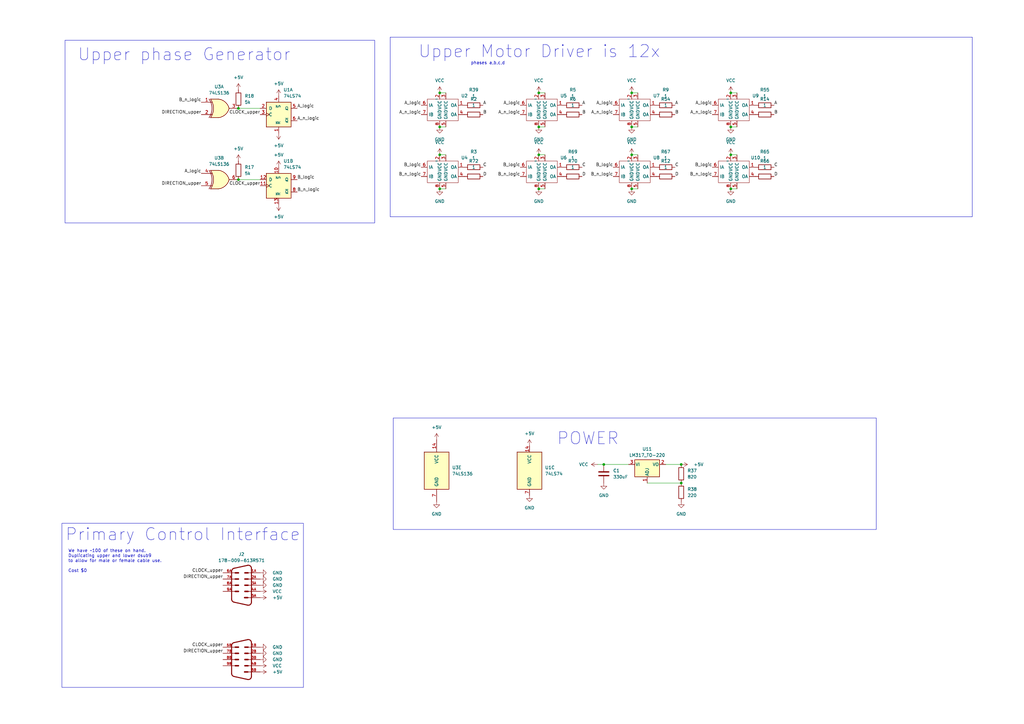
<source format=kicad_sch>
(kicad_sch (version 20230121) (generator eeschema)
  (paper "A3")
  (lib_symbols
    (symbol "178-009-613R571:178-009-613R571" (pin_names (offset 1.016))
      (property "Reference" "J" (at -3.81 1.27 0))
      (property "Value" "178-009-613R571" (at -3.81 -3.175 0))
      (symbol "178-009-613R571_0_0"
        (arc (start -4.064 -20.9488) (mid -3.7833 -21.745) (end -3.0654 -22.1894) (stroke (width 0.4064)))
        (arc (start -4.064 9.5312) (mid -3.7833 8.735) (end -3.0654 8.2906) (stroke (width 0.4064)))
        (arc (start -3.0654 -8.2906) (mid -3.7809 -8.732) (end -4.064 -9.5312) (stroke (width 0.4064)))
        (arc (start -3.0654 22.1894) (mid -3.7809 21.748) (end -4.064 20.9488) (stroke (width 0.4064)))
        (polyline (pts (xy -4.064 -9.5312) (xy -4.064 -20.9488)) (stroke (width 0.4064)))
        (polyline (pts (xy -4.064 20.9488) (xy -4.064 9.5312)) (stroke (width 0.4064)))
        (polyline (pts (xy -2.54 -17.78) (xy -1.27 -17.78)) (stroke (width 0.6096)))
        (polyline (pts (xy -2.54 -15.24) (xy -1.27 -15.24)) (stroke (width 0.6096)))
        (polyline (pts (xy -2.54 -12.7) (xy -1.27 -12.7)) (stroke (width 0.6096)))
        (polyline (pts (xy -2.54 -10.16) (xy -1.27 -10.16)) (stroke (width 0.6096)))
        (polyline (pts (xy -2.54 12.7) (xy -1.27 12.7)) (stroke (width 0.6096)))
        (polyline (pts (xy -2.54 15.24) (xy -1.27 15.24)) (stroke (width 0.6096)))
        (polyline (pts (xy -2.54 17.78) (xy -1.27 17.78)) (stroke (width 0.6096)))
        (polyline (pts (xy -2.54 20.32) (xy -1.27 20.32)) (stroke (width 0.6096)))
        (polyline (pts (xy 1.27 -20.32) (xy 2.54 -20.32)) (stroke (width 0.6096)))
        (polyline (pts (xy 1.27 10.16) (xy 2.54 10.16)) (stroke (width 0.6096)))
        (polyline (pts (xy 1.397 -17.78) (xy 2.667 -17.78)) (stroke (width 0.6096)))
        (polyline (pts (xy 1.397 -15.24) (xy 2.667 -15.24)) (stroke (width 0.6096)))
        (polyline (pts (xy 1.397 -12.7) (xy 2.667 -12.7)) (stroke (width 0.6096)))
        (polyline (pts (xy 1.397 -10.16) (xy 2.667 -10.16)) (stroke (width 0.6096)))
        (polyline (pts (xy 1.397 12.7) (xy 2.667 12.7)) (stroke (width 0.6096)))
        (polyline (pts (xy 1.397 15.24) (xy 2.667 15.24)) (stroke (width 0.6096)))
        (polyline (pts (xy 1.397 17.78) (xy 2.667 17.78)) (stroke (width 0.6096)))
        (polyline (pts (xy 1.397 20.32) (xy 2.667 20.32)) (stroke (width 0.6096)))
        (polyline (pts (xy 2.5226 -23.4118) (xy -3.0654 -22.1894)) (stroke (width 0.4064)))
        (polyline (pts (xy 2.5226 -7.0682) (xy -3.0654 -8.2906)) (stroke (width 0.4064)))
        (polyline (pts (xy 2.5226 7.0682) (xy -3.0654 8.2906)) (stroke (width 0.4064)))
        (polyline (pts (xy 2.5226 23.4118) (xy -3.0654 22.1894)) (stroke (width 0.4064)))
        (polyline (pts (xy 4.064 -8.3088) (xy 4.064 -22.1712)) (stroke (width 0.4064)))
        (polyline (pts (xy 4.064 22.1712) (xy 4.064 8.3088)) (stroke (width 0.4064)))
        (arc (start 2.5226 -23.4118) (mid 3.5903 -23.1605) (end 4.0637 -22.1712) (stroke (width 0.4064)))
        (arc (start 2.5226 7.0682) (mid 3.5903 7.3195) (end 4.0637 8.3088) (stroke (width 0.4064)))
        (arc (start 4.064 -8.3088) (mid 3.5874 -7.3171) (end 2.5226 -7.0681) (stroke (width 0.4064)))
        (arc (start 4.064 22.1712) (mid 3.5874 23.1629) (end 2.5226 23.4119) (stroke (width 0.4064)))
        (pin passive line (at 7.62 20.32 180) (length 5.08) (name "~") (number "1A"))
        (pin passive line (at 7.62 -10.16 180) (length 5.08) (name "~") (number "1B"))
        (pin passive line (at 7.62 17.78 180) (length 5.08) (name "~") (number "2A"))
        (pin passive line (at 7.62 -12.7 180) (length 5.08) (name "~") (number "2B"))
        (pin passive line (at 7.62 15.24 180) (length 5.08) (name "~") (number "3A"))
        (pin passive line (at 7.62 -15.24 180) (length 5.08) (name "~") (number "3B"))
        (pin passive line (at 7.62 12.7 180) (length 5.08) (name "~") (number "4A"))
        (pin passive line (at 7.62 -17.78 180) (length 5.08) (name "~") (number "4B"))
        (pin passive line (at 7.62 10.16 180) (length 5.08) (name "~") (number "5A"))
        (pin passive line (at 7.62 -20.32 180) (length 5.08) (name "~") (number "5B"))
        (pin passive line (at -7.62 20.32 0) (length 5.08) (name "~") (number "6A"))
        (pin passive line (at -7.62 -10.16 0) (length 5.08) (name "~") (number "6B"))
        (pin passive line (at -7.62 17.78 0) (length 5.08) (name "~") (number "7A"))
        (pin passive line (at -7.62 -12.7 0) (length 5.08) (name "~") (number "7B"))
        (pin passive line (at -7.62 15.24 0) (length 5.08) (name "~") (number "8A"))
        (pin passive line (at -7.62 -15.24 0) (length 5.08) (name "~") (number "8B"))
        (pin passive line (at -7.62 12.7 0) (length 5.08) (name "~") (number "9A"))
        (pin passive line (at -7.62 -17.78 0) (length 5.08) (name "~") (number "9B"))
      )
    )
    (symbol "74xx:74LS136" (pin_names (offset 1.016))
      (property "Reference" "U" (at 0 1.27 0))
      (property "Value" "74LS136" (at 0 -1.27 0))
      (symbol "74LS136_1_0"
        (arc (start -4.4196 -3.81) (mid -3.2033 0) (end -4.4196 3.81) (stroke (width 0.254)))
        (arc (start -3.81 -3.81) (mid -2.589 0) (end -3.81 3.81) (stroke (width 0.254)))
        (arc (start -0.6096 -3.81) (mid 2.1842 -2.5851) (end 3.81 0) (stroke (width 0.254)) (fill (type background)))
        (polyline (pts (xy -3.81 -3.81) (xy -0.635 -3.81)) (stroke (width 0.254)) (fill (type background)))
        (polyline (pts (xy -3.81 3.81) (xy -0.635 3.81)) (stroke (width 0.254)) (fill (type background)))
        (polyline (pts (xy -0.635 3.81) (xy -3.81 3.81) (xy -3.81 3.81) (xy -3.556 3.4036) (xy -3.0226 2.2606) (xy -2.6924 1.0414) (xy -2.6162 -0.254) (xy -2.7686 -1.4986) (xy -3.175 -2.7178) (xy -3.81 -3.81) (xy -3.81 -3.81) (xy -0.635 -3.81)) (stroke (width -25.4)) (fill (type background)))
        (arc (start 3.81 0) (mid 2.1915 2.5936) (end -0.6096 3.81) (stroke (width 0.254)) (fill (type background)))
        (pin input line (at -7.62 2.54 0) (length 4.445) (name "~") (number "1"))
        (pin input line (at -7.62 -2.54 0) (length 4.445) (name "~") (number "2"))
        (pin open_collector line (at 7.62 0 180) (length 3.81) (name "~") (number "3"))
      )
      (symbol "74LS136_1_1"
        (polyline (pts (xy -3.81 -2.54) (xy -3.175 -2.54)) (stroke (width 0.1524)))
        (polyline (pts (xy -3.81 2.54) (xy -3.175 2.54)) (stroke (width 0.1524)))
      )
      (symbol "74LS136_2_0"
        (arc (start -4.4196 -3.81) (mid -3.2033 0) (end -4.4196 3.81) (stroke (width 0.254)))
        (arc (start -3.81 -3.81) (mid -2.589 0) (end -3.81 3.81) (stroke (width 0.254)))
        (arc (start -0.6096 -3.81) (mid 2.1842 -2.5851) (end 3.81 0) (stroke (width 0.254)) (fill (type background)))
        (polyline (pts (xy -3.81 -3.81) (xy -0.635 -3.81)) (stroke (width 0.254)) (fill (type background)))
        (polyline (pts (xy -3.81 3.81) (xy -0.635 3.81)) (stroke (width 0.254)) (fill (type background)))
        (polyline (pts (xy -0.635 3.81) (xy -3.81 3.81) (xy -3.81 3.81) (xy -3.556 3.4036) (xy -3.0226 2.2606) (xy -2.6924 1.0414) (xy -2.6162 -0.254) (xy -2.7686 -1.4986) (xy -3.175 -2.7178) (xy -3.81 -3.81) (xy -3.81 -3.81) (xy -0.635 -3.81)) (stroke (width -25.4)) (fill (type background)))
        (arc (start 3.81 0) (mid 2.1915 2.5936) (end -0.6096 3.81) (stroke (width 0.254)) (fill (type background)))
        (pin input line (at -7.62 2.54 0) (length 4.445) (name "~") (number "4"))
        (pin input line (at -7.62 -2.54 0) (length 4.445) (name "~") (number "5"))
        (pin open_collector line (at 7.62 0 180) (length 3.81) (name "~") (number "6"))
      )
      (symbol "74LS136_2_1"
        (polyline (pts (xy -3.81 -2.54) (xy -3.175 -2.54)) (stroke (width 0.1524)))
        (polyline (pts (xy -3.81 2.54) (xy -3.175 2.54)) (stroke (width 0.1524)))
      )
      (symbol "74LS136_3_0"
        (arc (start -4.4196 -3.81) (mid -3.2033 0) (end -4.4196 3.81) (stroke (width 0.254)))
        (arc (start -3.81 -3.81) (mid -2.589 0) (end -3.81 3.81) (stroke (width 0.254)))
        (arc (start -0.6096 -3.81) (mid 2.1842 -2.5851) (end 3.81 0) (stroke (width 0.254)) (fill (type background)))
        (polyline (pts (xy -3.81 -3.81) (xy -0.635 -3.81)) (stroke (width 0.254)) (fill (type background)))
        (polyline (pts (xy -3.81 3.81) (xy -0.635 3.81)) (stroke (width 0.254)) (fill (type background)))
        (polyline (pts (xy -0.635 3.81) (xy -3.81 3.81) (xy -3.81 3.81) (xy -3.556 3.4036) (xy -3.0226 2.2606) (xy -2.6924 1.0414) (xy -2.6162 -0.254) (xy -2.7686 -1.4986) (xy -3.175 -2.7178) (xy -3.81 -3.81) (xy -3.81 -3.81) (xy -0.635 -3.81)) (stroke (width -25.4)) (fill (type background)))
        (arc (start 3.81 0) (mid 2.1915 2.5936) (end -0.6096 3.81) (stroke (width 0.254)) (fill (type background)))
        (pin input line (at -7.62 -2.54 0) (length 4.445) (name "~") (number "10"))
        (pin open_collector line (at 7.62 0 180) (length 3.81) (name "~") (number "8"))
        (pin input line (at -7.62 2.54 0) (length 4.445) (name "~") (number "9"))
      )
      (symbol "74LS136_3_1"
        (polyline (pts (xy -3.81 -2.54) (xy -3.175 -2.54)) (stroke (width 0.1524)))
        (polyline (pts (xy -3.81 2.54) (xy -3.175 2.54)) (stroke (width 0.1524)))
      )
      (symbol "74LS136_4_0"
        (arc (start -4.4196 -3.81) (mid -3.2033 0) (end -4.4196 3.81) (stroke (width 0.254)))
        (arc (start -3.81 -3.81) (mid -2.589 0) (end -3.81 3.81) (stroke (width 0.254)))
        (arc (start -0.6096 -3.81) (mid 2.1842 -2.5851) (end 3.81 0) (stroke (width 0.254)) (fill (type background)))
        (polyline (pts (xy -3.81 -3.81) (xy -0.635 -3.81)) (stroke (width 0.254)) (fill (type background)))
        (polyline (pts (xy -3.81 3.81) (xy -0.635 3.81)) (stroke (width 0.254)) (fill (type background)))
        (polyline (pts (xy -0.635 3.81) (xy -3.81 3.81) (xy -3.81 3.81) (xy -3.556 3.4036) (xy -3.0226 2.2606) (xy -2.6924 1.0414) (xy -2.6162 -0.254) (xy -2.7686 -1.4986) (xy -3.175 -2.7178) (xy -3.81 -3.81) (xy -3.81 -3.81) (xy -0.635 -3.81)) (stroke (width -25.4)) (fill (type background)))
        (arc (start 3.81 0) (mid 2.1915 2.5936) (end -0.6096 3.81) (stroke (width 0.254)) (fill (type background)))
        (pin open_collector line (at 7.62 0 180) (length 3.81) (name "~") (number "11"))
        (pin input line (at -7.62 2.54 0) (length 4.445) (name "~") (number "12"))
        (pin input line (at -7.62 -2.54 0) (length 4.445) (name "~") (number "13"))
      )
      (symbol "74LS136_4_1"
        (polyline (pts (xy -3.81 -2.54) (xy -3.175 -2.54)) (stroke (width 0.1524)))
        (polyline (pts (xy -3.81 2.54) (xy -3.175 2.54)) (stroke (width 0.1524)))
      )
      (symbol "74LS136_5_0"
        (pin power_in line (at 0 12.7 270) (length 5.08) (name "VCC") (number "14"))
        (pin power_in line (at 0 -12.7 90) (length 5.08) (name "GND") (number "7"))
      )
      (symbol "74LS136_5_1"
        (rectangle (start -5.08 7.62) (end 5.08 -7.62) (stroke (width 0.254)) (fill (type background)))
      )
    )
    (symbol "74xx:74LS74" (pin_names (offset 1.016))
      (property "Reference" "U" (at -7.62 8.89 0))
      (property "Value" "74LS74" (at -7.62 -8.89 0))
      (symbol "74LS74_1_0"
        (pin input line (at 0 -7.62 90) (length 2.54) (name "~{R}") (number "1"))
        (pin input line (at -7.62 2.54 0) (length 2.54) (name "D") (number "2"))
        (pin input clock (at -7.62 0 0) (length 2.54) (name "C") (number "3"))
        (pin input line (at 0 7.62 270) (length 2.54) (name "~{S}") (number "4"))
        (pin output line (at 7.62 2.54 180) (length 2.54) (name "Q") (number "5"))
        (pin output line (at 7.62 -2.54 180) (length 2.54) (name "~{Q}") (number "6"))
      )
      (symbol "74LS74_1_1"
        (rectangle (start -5.08 5.08) (end 5.08 -5.08) (stroke (width 0.254)) (fill (type background)))
      )
      (symbol "74LS74_2_0"
        (pin input line (at 0 7.62 270) (length 2.54) (name "~{S}") (number "10"))
        (pin input clock (at -7.62 0 0) (length 2.54) (name "C") (number "11"))
        (pin input line (at -7.62 2.54 0) (length 2.54) (name "D") (number "12"))
        (pin input line (at 0 -7.62 90) (length 2.54) (name "~{R}") (number "13"))
        (pin output line (at 7.62 -2.54 180) (length 2.54) (name "~{Q}") (number "8"))
        (pin output line (at 7.62 2.54 180) (length 2.54) (name "Q") (number "9"))
      )
      (symbol "74LS74_2_1"
        (rectangle (start -5.08 5.08) (end 5.08 -5.08) (stroke (width 0.254)) (fill (type background)))
      )
      (symbol "74LS74_3_0"
        (pin power_in line (at 0 10.16 270) (length 2.54) (name "VCC") (number "14"))
        (pin power_in line (at 0 -10.16 90) (length 2.54) (name "GND") (number "7"))
      )
      (symbol "74LS74_3_1"
        (rectangle (start -5.08 7.62) (end 5.08 -7.62) (stroke (width 0.254)) (fill (type background)))
      )
    )
    (symbol "Device:C" (pin_numbers hide) (pin_names (offset 0.254))
      (property "Reference" "C" (at 0.635 2.54 0))
      (property "Value" "C" (at 0.635 -2.54 0))
      (symbol "C_0_1"
        (polyline (pts (xy -2.032 -0.762) (xy 2.032 -0.762)) (stroke (width 0.508)))
        (polyline (pts (xy -2.032 0.762) (xy 2.032 0.762)) (stroke (width 0.508)))
      )
      (symbol "C_1_1"
        (pin passive line (at 0 3.81 270) (length 2.794) (name "~") (number "1"))
        (pin passive line (at 0 -3.81 90) (length 2.794) (name "~") (number "2"))
      )
    )
    (symbol "Device:R" (pin_numbers hide) (pin_names (offset 0))
      (property "Reference" "R" (at 2.032 0 90))
      (property "Value" "R" (at 0 0 90))
      (symbol "R_0_1"
        (rectangle (start -1.016 -2.54) (end 1.016 2.54) (stroke (width 0.254)))
      )
      (symbol "R_1_1"
        (pin passive line (at 0 3.81 270) (length 1.27) (name "~") (number "1"))
        (pin passive line (at 0 -3.81 90) (length 1.27) (name "~") (number "2"))
      )
    )
    (symbol "Regulator_Linear:LM317_TO-220" (pin_names (offset 0.254))
      (property "Reference" "U" (at -3.81 3.175 0))
      (property "Value" "LM317_TO-220" (at 0 3.175 0))
      (symbol "LM317_TO-220_0_1"
        (rectangle (start -5.08 1.905) (end 5.08 -5.08) (stroke (width 0.254)) (fill (type background)))
      )
      (symbol "LM317_TO-220_1_1"
        (pin input line (at 0 -7.62 90) (length 2.54) (name "ADJ") (number "1"))
        (pin power_out line (at 7.62 0 180) (length 2.54) (name "VO") (number "2"))
        (pin power_in line (at -7.62 0 0) (length 2.54) (name "VI") (number "3"))
      )
    )
    (symbol "my parts:L9110h"
      (property "Reference" "U" (at 0 0 0))
      (symbol "L9110h_0_1"
        (rectangle (start -3.81 0) (end 8.89 -8.89))
      )
      (symbol "L9110h_1_1"
        (pin output line (at 11.43 -2.54 180) (length 2.54) (name "OA") (number "1"))
        (pin input line (at 1.27 2.54 270) (length 2.54) (name "VCC") (number "2"))
        (pin input line (at 3.81 2.54 270) (length 2.54) (name "VCC") (number "3"))
        (pin output line (at 11.43 -6.35 180) (length 2.54) (name "OA") (number "4"))
        (pin input line (at 3.81 -11.43 90) (length 2.54) (name "GND") (number "5"))
        (pin input line (at -6.35 -2.54 0) (length 2.54) (name "IA") (number "6"))
        (pin input line (at -6.35 -6.35 0) (length 2.54) (name "IB") (number "7"))
        (pin input line (at 1.27 -11.43 90) (length 2.54) (name "GND") (number "8"))
      )
    )
    (symbol "power:+5V" (power) (pin_names (offset 0))
      (property "Value" "+5V" (at 0 3.556 0))
      (symbol "+5V_0_1"
        (polyline (pts (xy -0.762 1.27) (xy 0 2.54)))
        (polyline (pts (xy 0 0) (xy 0 2.54)))
        (polyline (pts (xy 0 2.54) (xy 0.762 1.27)))
      )
      (symbol "+5V_1_1"
        (pin power_in line (at 0 0 90) (length 0) hide (name "+5V") (number "1"))
      )
    )
    (symbol "power:GND" (power) (pin_names (offset 0))
      (property "Value" "GND" (at 0 -3.81 0))
      (symbol "GND_0_1"
        (polyline (pts (xy 0 0) (xy 0 -1.27) (xy 1.27 -1.27) (xy 0 -2.54) (xy -1.27 -1.27) (xy 0 -1.27)))
      )
      (symbol "GND_1_1"
        (pin power_in line (at 0 0 270) (length 0) hide (name "GND") (number "1"))
      )
    )
    (symbol "power:VCC" (power) (pin_names (offset 0))
      (property "Value" "VCC" (at 0 3.81 0))
      (symbol "VCC_0_1"
        (polyline (pts (xy -0.762 1.27) (xy 0 2.54)))
        (polyline (pts (xy 0 0) (xy 0 2.54)))
        (polyline (pts (xy 0 2.54) (xy 0.762 1.27)))
      )
      (symbol "VCC_1_1"
        (pin power_in line (at 0 0 90) (length 0) hide (name "VCC") (number "1"))
      )
    )
  )
  (junction (at 259.08 52.07))
  (junction (at 247.65 190.5))
  (junction (at 180.34 77.47))
  (junction (at 279.4 198.12))
  (junction (at 279.4 190.5))
  (junction (at 180.34 52.07))
  (junction (at 259.08 77.47))
  (junction (at 220.98 63.5))
  (junction (at 299.72 63.5))
  (junction (at 180.34 63.5))
  (junction (at 299.72 38.1))
  (junction (at 220.98 52.07))
  (junction (at 220.98 38.1))
  (junction (at 299.72 77.47))
  (junction (at 180.34 38.1))
  (junction (at 97.79 44.45))
  (junction (at 259.08 63.5))
  (junction (at 220.98 77.47))
  (junction (at 259.08 38.1))
  (junction (at 299.72 52.07))
  (junction (at 97.79 73.66))
  (wire (pts (xy 247.65 190.5) (xy 257.81 190.5)))
  (wire (pts (xy 180.34 63.5) (xy 182.88 63.5)))
  (wire (pts (xy 220.98 63.5) (xy 223.52 63.5)))
  (wire (pts (xy 180.34 38.1) (xy 182.88 38.1)))
  (wire (pts (xy 220.98 77.47) (xy 223.52 77.47)))
  (wire (pts (xy 299.72 52.07) (xy 302.26 52.07)))
  (wire (pts (xy 97.79 44.45) (xy 106.68 44.45)))
  (wire (pts (xy 245.11 190.5) (xy 247.65 190.5)))
  (wire (pts (xy 180.34 77.47) (xy 182.88 77.47)))
  (wire (pts (xy 259.08 77.47) (xy 261.62 77.47)))
  (wire (pts (xy 265.43 198.12) (xy 279.4 198.12)))
  (wire (pts (xy 299.72 77.47) (xy 302.26 77.47)))
  (wire (pts (xy 220.98 38.1) (xy 223.52 38.1)))
  (wire (pts (xy 273.05 190.5) (xy 279.4 190.5)))
  (wire (pts (xy 180.34 52.07) (xy 182.88 52.07)))
  (wire (pts (xy 299.72 38.1) (xy 302.26 38.1)))
  (wire (pts (xy 220.98 52.07) (xy 223.52 52.07)))
  (wire (pts (xy 259.08 52.07) (xy 261.62 52.07)))
  (wire (pts (xy 299.72 63.5) (xy 302.26 63.5)))
  (wire (pts (xy 259.08 38.1) (xy 261.62 38.1)))
  (wire (pts (xy 259.08 63.5) (xy 261.62 63.5)))
  (wire (pts (xy 97.79 73.66) (xy 106.68 73.66)))
  (rectangle (start 160.02 15.24) (end 398.78 88.9))
  (rectangle (start 26.67 16.51) (end 153.67 91.44))
  (rectangle (start 161.29 171.45) (end 359.41 217.17))
  (rectangle (start 25.4 214.63) (end 124.46 281.94))
  (text "Primary Control Interface" (at 26.67 222.25 0) (effects (font (size 5 5)) (justify left bottom)))
  (text "We have ~100 of these on hand.\nDuplicating upper and lower dsub9\nto allow for male or female cable use.\n\nCost $0" (at 27.94 234.95 0) (effects (font (size 1.27 1.27)) (justify left bottom)))
  (text "phases a,b,c,d" (at 193.04 26.67 0) (effects (font (size 1.27 1.27)) (justify left bottom)))
  (text "Upper Motor Driver is 12x " (at 171.45 24.13 0) (effects (font (size 5 5)) (justify left bottom)))
  (text "POWER" (at 254 182.88 0) (effects (font (size 5 5)) (justify right bottom)))
  (text "Upper phase Generator" (at 31.75 25.4 0) (effects (font (size 5 5)) (justify left bottom)))
  (label "B_n_logic" (at 121.92 78.74 0))
  (label "A_logic" (at 213.36 43.18 180))
  (label "B" (at 276.86 46.99 0))
  (label "D" (at 238.76 72.39 0))
  (label "B_n_logic" (at 172.72 72.39 180))
  (label "B_n_logic" (at 82.55 41.91 180))
  (label "B_n_logic" (at 251.46 72.39 180))
  (label "B_n_logic" (at 213.36 72.39 180))
  (label "C" (at 317.5 68.58 0))
  (label "C" (at 238.76 68.58 0))
  (label "A" (at 276.86 43.18 0))
  (label "DIRECTION_upper" (at 82.55 76.2 180))
  (label "A" (at 317.5 43.18 0))
  (label "CLOCK_upper" (at 106.68 76.2 180))
  (label "CLOCK_upper" (at 106.68 46.99 180))
  (label "B" (at 238.76 46.99 0))
  (label "A_n_logic" (at 251.46 46.99 180))
  (label "CLOCK_upper" (at 91.44 265.43 180))
  (label "DIRECTION_upper" (at 91.44 267.97 180))
  (label "A_logic" (at 82.55 71.12 180))
  (label "A_logic" (at 251.46 43.18 180))
  (label "A_logic" (at 121.92 44.45 0))
  (label "A_n_logic" (at 292.1 46.99 180))
  (label "DIRECTION_upper" (at 82.55 46.99 180))
  (label "C" (at 276.86 68.58 0))
  (label "CLOCK_upper" (at 91.44 234.95 180))
  (label "B_logic" (at 213.36 68.58 180))
  (label "A_n_logic" (at 172.72 46.99 180))
  (label "B" (at 198.12 46.99 0))
  (label "A" (at 198.12 43.18 0))
  (label "B_logic" (at 121.92 73.66 0))
  (label "A" (at 238.76 43.18 0))
  (label "A_logic" (at 172.72 43.18 180))
  (label "D" (at 198.12 72.39 0))
  (label "D" (at 317.5 72.39 0))
  (label "DIRECTION_upper" (at 91.44 237.49 180))
  (label "D" (at 276.86 72.39 0))
  (label "B_logic" (at 251.46 68.58 180))
  (label "C" (at 198.12 68.58 0))
  (label "A_n_logic" (at 213.36 46.99 180))
  (label "A_n_logic" (at 121.92 49.53 0))
  (label "B_logic" (at 172.72 68.58 180))
  (label "B_n_logic" (at 292.1 72.39 180))
  (label "B_logic" (at 292.1 68.58 180))
  (label "A_logic" (at 292.1 43.18 180))
  (label "B" (at 317.5 46.99 0))
  (symbol (lib_id "Device:R") (at 273.05 46.99 90) (unit 1)
    (property "Reference" "R54" (at 273.05 40.64 90))
    (property "Value" "1" (at 273.05 43.18 90))
    (property "Footprint" "Resistor_THT:R_Axial_DIN0204_L3.6mm_D1.6mm_P5.08mm_Horizontal" (effects hide))
  )
  (symbol (lib_id "my parts:L9110h") (at 257.81 66.04 0) (unit 1)
    (property "Reference" "U8" (at 269.24 64.6683 0))
    (property "Value" "~" (at 257.81 66.04 0))
    (property "Footprint" "Package_DIP:DIP-8_W7.62mm" (effects hide))
  )
  (symbol (lib_id "power:GND") (at 179.07 205.74 0) (unit 1)
    (property "Reference" "#PWR018" (effects hide))
    (property "Value" "GND" (at 179.07 210.82 0))
  )
  (symbol (lib_id "74xx:74LS136") (at 179.07 193.04 0) (unit 5)
    (property "Reference" "U3" (at 185.42 191.77 0) (effects (justify left)))
    (property "Value" "74LS136" (at 185.42 194.31 0) (effects (justify left)))
    (property "Footprint" "Package_DIP:DIP-14_W7.62mm" (effects hide))
    (property "Datasheet" "http://www.ti.com/lit/ds/symlink/sn54ls136.pdf" (effects hide))
  )
  (symbol (lib_id "my parts:L9110h") (at 257.81 40.64 0) (unit 1)
    (property "Reference" "U7" (at 269.24 39.2683 0))
    (property "Value" "~" (at 257.81 40.64 0))
    (property "Footprint" "Package_DIP:DIP-8_W7.62mm" (effects hide))
  )
  (symbol (lib_id "Device:R") (at 194.31 72.39 90) (unit 1)
    (property "Reference" "R72" (at 194.31 66.04 90))
    (property "Value" "1" (at 194.31 68.58 90))
    (property "Footprint" "Resistor_THT:R_Axial_DIN0204_L3.6mm_D1.6mm_P5.08mm_Horizontal" (effects hide))
  )
  (symbol (lib_id "power:VCC") (at 180.34 38.1 0) (unit 1)
    (property "Reference" "#PWR02" (effects hide))
    (property "Value" "VCC" (at 180.34 33.02 0))
  )
  (symbol (lib_id "Device:R") (at 273.05 72.39 90) (unit 1)
    (property "Reference" "R12" (at 273.05 66.04 90))
    (property "Value" "1" (at 273.05 68.58 90))
    (property "Footprint" "Resistor_THT:R_Axial_DIN0204_L3.6mm_D1.6mm_P5.08mm_Horizontal" (effects hide))
  )
  (symbol (lib_id "power:VCC") (at 180.34 63.5 0) (unit 1)
    (property "Reference" "#PWR03" (effects hide))
    (property "Value" "VCC" (at 180.34 58.42 0))
  )
  (symbol (lib_id "Device:R") (at 234.95 68.58 90) (unit 1)
    (property "Reference" "R69" (at 234.95 62.23 90))
    (property "Value" "1" (at 234.95 64.77 90))
    (property "Footprint" "Resistor_THT:R_Axial_DIN0204_L3.6mm_D1.6mm_P5.08mm_Horizontal" (effects hide))
  )
  (symbol (lib_id "power:GND") (at 106.68 267.97 90) (unit 1)
    (property "Reference" "#PWR033" (effects hide))
    (property "Value" "GND" (at 111.76 267.97 90) (effects (justify right)))
  )
  (symbol (lib_id "power:GND") (at 247.65 198.12 0) (unit 1)
    (property "Reference" "#PWR048" (effects hide))
    (property "Value" "GND" (at 247.65 203.2 0))
  )
  (symbol (lib_id "74xx:74LS136") (at 90.17 73.66 0) (unit 2)
    (property "Reference" "U3" (at 89.8652 64.77 0))
    (property "Value" "74LS136" (at 89.8652 67.31 0))
    (property "Footprint" "Package_DIP:DIP-14_W7.62mm" (effects hide))
    (property "Datasheet" "http://www.ti.com/lit/ds/symlink/sn54ls136.pdf" (effects hide))
  )
  (symbol (lib_id "my parts:L9110h") (at 219.71 66.04 0) (unit 1)
    (property "Reference" "U6" (at 231.14 64.6683 0))
    (property "Value" "~" (at 219.71 66.04 0))
    (property "Footprint" "Package_DIP:DIP-8_W7.62mm" (effects hide))
  )
  (symbol (lib_id "power:GND") (at 106.68 237.49 90) (unit 1)
    (property "Reference" "#PWR035" (effects hide))
    (property "Value" "GND" (at 111.76 237.49 90) (effects (justify right)))
  )
  (symbol (lib_id "power:+5V") (at 106.68 245.11 270) (unit 1)
    (property "Reference" "#PWR028" (effects hide))
    (property "Value" "+5V" (at 111.76 245.11 90) (effects (justify left)))
  )
  (symbol (lib_id "Device:R") (at 279.4 201.93 0) (unit 1)
    (property "Reference" "R38" (at 281.94 200.66 0) (effects (justify left)))
    (property "Value" "220" (at 281.94 203.2 0) (effects (justify left)))
    (property "Footprint" "Resistor_THT:R_Axial_DIN0204_L3.6mm_D1.6mm_P5.08mm_Horizontal" (effects hide))
  )
  (symbol (lib_id "Device:R") (at 234.95 43.18 90) (unit 1)
    (property "Reference" "R5" (at 234.95 36.83 90))
    (property "Value" "1" (at 234.95 39.37 90))
    (property "Footprint" "Resistor_THT:R_Axial_DIN0204_L3.6mm_D1.6mm_P5.08mm_Horizontal" (effects hide))
  )
  (symbol (lib_id "power:+5V") (at 97.79 66.04 0) (unit 1)
    (property "Reference" "#PWR026" (effects hide))
    (property "Value" "+5V" (at 97.79 60.96 0))
  )
  (symbol (lib_id "Device:R") (at 313.69 43.18 90) (unit 1)
    (property "Reference" "R55" (at 313.69 36.83 90))
    (property "Value" "1" (at 313.69 39.37 90))
    (property "Footprint" "Resistor_THT:R_Axial_DIN0204_L3.6mm_D1.6mm_P5.08mm_Horizontal" (effects hide))
  )
  (symbol (lib_id "74xx:74LS136") (at 90.17 44.45 0) (unit 1)
    (property "Reference" "U3" (at 89.8652 35.56 0))
    (property "Value" "74LS136" (at 89.8652 38.1 0))
    (property "Footprint" "Package_DIP:DIP-14_W7.62mm" (effects hide))
    (property "Datasheet" "http://www.ti.com/lit/ds/symlink/sn54ls136.pdf" (effects hide))
  )
  (symbol (lib_id "power:GND") (at 106.68 265.43 90) (unit 1)
    (property "Reference" "#PWR030" (effects hide))
    (property "Value" "GND" (at 111.76 265.43 90) (effects (justify right)))
  )
  (symbol (lib_id "power:GND") (at 106.68 234.95 90) (unit 1)
    (property "Reference" "#PWR036" (effects hide))
    (property "Value" "GND" (at 111.76 234.95 90) (effects (justify right)))
  )
  (symbol (lib_id "power:VCC") (at 259.08 63.5 0) (unit 1)
    (property "Reference" "#PWR011" (effects hide))
    (property "Value" "VCC" (at 259.08 58.42 0))
  )
  (symbol (lib_id "power:GND") (at 217.17 203.2 0) (unit 1)
    (property "Reference" "#PWR017" (effects hide))
    (property "Value" "GND" (at 217.17 208.28 0))
  )
  (symbol (lib_id "power:VCC") (at 220.98 38.1 0) (unit 1)
    (property "Reference" "#PWR05" (effects hide))
    (property "Value" "VCC" (at 220.98 33.02 0))
  )
  (symbol (lib_id "Device:R") (at 194.31 46.99 90) (unit 1)
    (property "Reference" "R2" (at 194.31 40.64 90))
    (property "Value" "1" (at 194.31 43.18 90))
    (property "Footprint" "Resistor_THT:R_Axial_DIN0204_L3.6mm_D1.6mm_P5.08mm_Horizontal" (effects hide))
  )
  (symbol (lib_id "power:+5V") (at 217.17 182.88 0) (unit 1)
    (property "Reference" "#PWR020" (effects hide))
    (property "Value" "+5V" (at 217.17 177.8 0))
  )
  (symbol (lib_id "power:+5V") (at 114.3 68.58 0) (unit 1)
    (property "Reference" "#PWR024" (effects hide))
    (property "Value" "+5V" (at 114.3 63.5 0))
  )
  (symbol (lib_id "power:GND") (at 279.4 205.74 0) (unit 1)
    (property "Reference" "#PWR049" (effects hide))
    (property "Value" "GND" (at 279.4 210.82 0))
  )
  (symbol (lib_id "power:GND") (at 259.08 77.47 0) (unit 1)
    (property "Reference" "#PWR012" (effects hide))
    (property "Value" "GND" (at 259.08 82.55 0))
  )
  (symbol (lib_id "power:GND") (at 220.98 52.07 0) (unit 1)
    (property "Reference" "#PWR06" (effects hide))
    (property "Value" "GND" (at 220.98 57.15 0))
  )
  (symbol (lib_id "power:+5V") (at 114.3 83.82 180) (unit 1)
    (property "Reference" "#PWR021" (effects hide))
    (property "Value" "+5V" (at 114.3 88.9 0))
  )
  (symbol (lib_id "power:GND") (at 220.98 77.47 0) (unit 1)
    (property "Reference" "#PWR08" (effects hide))
    (property "Value" "GND" (at 220.98 82.55 0))
  )
  (symbol (lib_id "Device:C") (at 247.65 194.31 0) (unit 1)
    (property "Reference" "C1" (at 251.46 193.04 0) (effects (justify left)))
    (property "Value" "330uF" (at 251.46 195.58 0) (effects (justify left)))
  )
  (symbol (lib_id "my parts:L9110h") (at 179.07 40.64 0) (unit 1)
    (property "Reference" "U2" (at 190.5 39.2683 0))
    (property "Value" "~" (at 179.07 40.64 0))
    (property "Footprint" "Package_DIP:DIP-8_W7.62mm" (effects hide))
  )
  (symbol (lib_id "power:VCC") (at 259.08 38.1 0) (unit 1)
    (property "Reference" "#PWR09" (effects hide))
    (property "Value" "VCC" (at 259.08 33.02 0))
  )
  (symbol (lib_id "power:+5V") (at 114.3 39.37 0) (unit 1)
    (property "Reference" "#PWR023" (effects hide))
    (property "Value" "+5V" (at 114.3 34.29 0))
  )
  (symbol (lib_id "Device:R") (at 313.69 68.58 90) (unit 1)
    (property "Reference" "R65" (at 313.69 62.23 90))
    (property "Value" "1" (at 313.69 64.77 90))
    (property "Footprint" "Resistor_THT:R_Axial_DIN0204_L3.6mm_D1.6mm_P5.08mm_Horizontal" (effects hide))
  )
  (symbol (lib_id "74xx:74LS74") (at 114.3 46.99 0) (unit 1)
    (property "Reference" "U1" (at 116.2559 36.83 0) (effects (justify left)))
    (property "Value" "74LS74" (at 116.2559 39.37 0) (effects (justify left)))
    (property "Footprint" "Package_DIP:DIP-14_W7.62mm" (effects hide))
    (property "Datasheet" "74xx/74hc_hct74.pdf" (effects hide))
  )
  (symbol (lib_id "my parts:L9110h") (at 298.45 66.04 0) (unit 1)
    (property "Reference" "U10" (at 309.88 64.6683 0))
    (property "Value" "~" (at 298.45 66.04 0))
    (property "Footprint" "Package_DIP:DIP-8_W7.62mm" (effects hide))
  )
  (symbol (lib_id "power:GND") (at 106.68 240.03 90) (unit 1)
    (property "Reference" "#PWR027" (effects hide))
    (property "Value" "GND" (at 111.76 240.03 90) (effects (justify right)))
  )
  (symbol (lib_id "Device:R") (at 279.4 194.31 0) (unit 1)
    (property "Reference" "R37" (at 281.94 193.04 0) (effects (justify left)))
    (property "Value" "820" (at 281.94 195.58 0) (effects (justify left)))
    (property "Footprint" "Resistor_THT:R_Axial_DIN0204_L3.6mm_D1.6mm_P5.08mm_Horizontal" (effects hide))
  )
  (symbol (lib_id "74xx:74LS74") (at 114.3 76.2 0) (unit 2)
    (property "Reference" "U1" (at 116.2559 66.04 0) (effects (justify left)))
    (property "Value" "74LS74" (at 116.2559 68.58 0) (effects (justify left)))
    (property "Footprint" "Package_DIP:DIP-14_W7.62mm" (effects hide))
    (property "Datasheet" "74xx/74hc_hct74.pdf" (effects hide))
  )
  (symbol (lib_id "power:VCC") (at 299.72 38.1 0) (unit 1)
    (property "Reference" "#PWR013" (effects hide))
    (property "Value" "VCC" (at 299.72 33.02 0))
  )
  (symbol (lib_id "Device:R") (at 273.05 43.18 90) (unit 1)
    (property "Reference" "R9" (at 273.05 36.83 90))
    (property "Value" "1" (at 273.05 39.37 90))
    (property "Footprint" "Resistor_THT:R_Axial_DIN0204_L3.6mm_D1.6mm_P5.08mm_Horizontal" (effects hide))
  )
  (symbol (lib_id "power:GND") (at 299.72 77.47 0) (unit 1)
    (property "Reference" "#PWR016" (effects hide))
    (property "Value" "GND" (at 299.72 82.55 0))
  )
  (symbol (lib_id "power:+5V") (at 279.4 190.5 270) (unit 1)
    (property "Reference" "#PWR050" (effects hide))
    (property "Value" "+5V" (at 284.48 190.5 90) (effects (justify left)))
  )
  (symbol (lib_id "Device:R") (at 234.95 72.39 90) (unit 1)
    (property "Reference" "R70" (at 234.95 66.04 90))
    (property "Value" "1" (at 234.95 68.58 90))
    (property "Footprint" "Resistor_THT:R_Axial_DIN0204_L3.6mm_D1.6mm_P5.08mm_Horizontal" (effects hide))
  )
  (symbol (lib_id "power:+5V") (at 179.07 180.34 0) (unit 1)
    (property "Reference" "#PWR019" (effects hide))
    (property "Value" "+5V" (at 179.07 175.26 0))
  )
  (symbol (lib_id "power:VCC") (at 245.11 190.5 90) (unit 1)
    (property "Reference" "#PWR047" (effects hide))
    (property "Value" "VCC" (at 241.3 190.5 90) (effects (justify left)))
  )
  (symbol (lib_id "Device:R") (at 97.79 40.64 180) (unit 1)
    (property "Reference" "R18" (at 100.33 39.37 0) (effects (justify right)))
    (property "Value" "5k" (at 100.33 41.91 0) (effects (justify right)))
    (property "Footprint" "Resistor_THT:R_Axial_DIN0204_L3.6mm_D1.6mm_P5.08mm_Horizontal" (effects hide))
  )
  (symbol (lib_id "Regulator_Linear:LM317_TO-220") (at 265.43 190.5 0) (unit 1)
    (property "Reference" "U11" (at 265.43 184.15 0))
    (property "Value" "LM317_TO-220" (at 265.43 186.69 0))
    (property "Footprint" "Package_TO_SOT_THT:TO-220-3_Vertical" (effects hide))
    (property "Datasheet" "http://www.ti.com/lit/ds/symlink/lm317.pdf" (effects hide))
  )
  (symbol (lib_id "power:GND") (at 299.72 52.07 0) (unit 1)
    (property "Reference" "#PWR014" (effects hide))
    (property "Value" "GND" (at 299.72 57.15 0))
  )
  (symbol (lib_id "power:VCC") (at 106.68 242.57 270) (unit 1)
    (property "Reference" "#PWR029" (effects hide))
    (property "Value" "VCC" (at 111.76 242.57 90) (effects (justify left)))
  )
  (symbol (lib_id "power:VCC") (at 299.72 63.5 0) (unit 1)
    (property "Reference" "#PWR015" (effects hide))
    (property "Value" "VCC" (at 299.72 58.42 0))
  )
  (symbol (lib_id "my parts:L9110h") (at 219.71 40.64 0) (unit 1)
    (property "Reference" "U5" (at 231.14 39.2683 0))
    (property "Value" "~" (at 219.71 40.64 0))
    (property "Footprint" "Package_DIP:DIP-8_W7.62mm" (effects hide))
  )
  (symbol (lib_id "power:GND") (at 180.34 77.47 0) (unit 1)
    (property "Reference" "#PWR04" (effects hide))
    (property "Value" "GND" (at 180.34 82.55 0))
  )
  (symbol (lib_id "my parts:L9110h") (at 298.45 40.64 0) (unit 1)
    (property "Reference" "U9" (at 309.88 39.2683 0))
    (property "Value" "~" (at 298.45 40.64 0))
    (property "Footprint" "Package_DIP:DIP-8_W7.62mm" (effects hide))
  )
  (symbol (lib_id "Device:R") (at 234.95 46.99 90) (unit 1)
    (property "Reference" "R6" (at 234.95 40.64 90))
    (property "Value" "1" (at 234.95 43.18 90))
    (property "Footprint" "Resistor_THT:R_Axial_DIN0204_L3.6mm_D1.6mm_P5.08mm_Horizontal" (effects hide))
  )
  (symbol (lib_id "power:VCC") (at 220.98 63.5 0) (unit 1)
    (property "Reference" "#PWR07" (effects hide))
    (property "Value" "VCC" (at 220.98 58.42 0))
  )
  (symbol (lib_id "power:+5V") (at 114.3 54.61 180) (unit 1)
    (property "Reference" "#PWR022" (effects hide))
    (property "Value" "+5V" (at 114.3 59.69 0))
  )
  (symbol (lib_id "Device:R") (at 273.05 68.58 90) (unit 1)
    (property "Reference" "R67" (at 273.05 62.23 90))
    (property "Value" "1" (at 273.05 64.77 90))
    (property "Footprint" "Resistor_THT:R_Axial_DIN0204_L3.6mm_D1.6mm_P5.08mm_Horizontal" (effects hide))
  )
  (symbol (lib_id "power:+5V") (at 97.79 36.83 0) (unit 1)
    (property "Reference" "#PWR025" (effects hide))
    (property "Value" "+5V" (at 97.79 31.75 0))
  )
  (symbol (lib_id "Device:R") (at 97.79 69.85 180) (unit 1)
    (property "Reference" "R17" (at 100.33 68.58 0) (effects (justify right)))
    (property "Value" "5k" (at 100.33 71.12 0) (effects (justify right)))
    (property "Footprint" "Resistor_THT:R_Axial_DIN0204_L3.6mm_D1.6mm_P5.08mm_Horizontal" (effects hide))
  )
  (symbol (lib_id "power:+5V") (at 106.68 275.59 270) (unit 1)
    (property "Reference" "#PWR031" (effects hide))
    (property "Value" "+5V" (at 111.76 275.59 90) (effects (justify left)))
  )
  (symbol (lib_id "Device:R") (at 313.69 46.99 90) (unit 1)
    (property "Reference" "R14" (at 313.69 40.64 90))
    (property "Value" "1" (at 313.69 43.18 90))
    (property "Footprint" "Resistor_THT:R_Axial_DIN0204_L3.6mm_D1.6mm_P5.08mm_Horizontal" (effects hide))
  )
  (symbol (lib_id "74xx:74LS74") (at 217.17 193.04 0) (unit 3)
    (property "Reference" "U1" (at 223.52 191.77 0) (effects (justify left)))
    (property "Value" "74LS74" (at 223.52 194.31 0) (effects (justify left)))
    (property "Footprint" "Package_DIP:DIP-14_W7.62mm" (effects hide))
    (property "Datasheet" "74xx/74hc_hct74.pdf" (effects hide))
  )
  (symbol (lib_id "Device:R") (at 194.31 68.58 90) (unit 1)
    (property "Reference" "R3" (at 194.31 62.23 90))
    (property "Value" "1" (at 194.31 64.77 90))
    (property "Footprint" "Resistor_THT:R_Axial_DIN0204_L3.6mm_D1.6mm_P5.08mm_Horizontal" (effects hide))
  )
  (symbol (lib_id "power:GND") (at 259.08 52.07 0) (unit 1)
    (property "Reference" "#PWR010" (effects hide))
    (property "Value" "GND" (at 259.08 57.15 0))
  )
  (symbol (lib_id "power:GND") (at 180.34 52.07 0) (unit 1)
    (property "Reference" "#PWR01" (effects hide))
    (property "Value" "GND" (at 180.34 57.15 0))
  )
  (symbol (lib_id "power:VCC") (at 106.68 273.05 270) (unit 1)
    (property "Reference" "#PWR032" (effects hide))
    (property "Value" "VCC" (at 111.76 273.05 90) (effects (justify left)))
  )
  (symbol (lib_id "178-009-613R571:178-009-613R571") (at 99.06 255.27 0) (unit 1)
    (property "Reference" "J2" (at 99.06 227.33 0))
    (property "Value" "178-009-613R571" (at 99.06 229.87 0))
    (property "Footprint" "178-009-613R571:178-009-613R571" (effects hide))
    (property "MF" "NorComp Inc." (effects hide))
    (property "Description" "\n9, 9 Position D-Sub - Stacked Plug, Male Pins Connector\n" (effects hide))
    (property "Package" "None" (effects hide))
    (property "Price" "None" (effects hide))
    (property "SnapEDA_Link" "https://www.snapeda.com/parts/178-009-613R571/NorComp+Inc./view-part/?ref=snap" (effects hide))
    (property "MP" "178-009-613R571" (effects hide))
    (property "Availability" "In Stock" (effects hide))
    (property "Check_prices" "https://www.snapeda.com/parts/178-009-613R571/NorComp+Inc./view-part/?ref=eda" (effects hide))
  )
  (symbol (lib_id "Device:R") (at 194.31 43.18 90) (unit 1)
    (property "Reference" "R39" (at 194.31 36.83 90))
    (property "Value" "1" (at 194.31 39.37 90))
    (property "Footprint" "Resistor_THT:R_Axial_DIN0204_L3.6mm_D1.6mm_P5.08mm_Horizontal" (effects hide))
  )
  (symbol (lib_id "my parts:L9110h") (at 179.07 66.04 0) (unit 1)
    (property "Reference" "U4" (at 190.5 64.6683 0))
    (property "Value" "~" (at 179.07 66.04 0))
    (property "Footprint" "Package_DIP:DIP-8_W7.62mm" (effects hide))
  )
  (symbol (lib_id "power:GND") (at 106.68 270.51 90) (unit 1)
    (property "Reference" "#PWR034" (effects hide))
    (property "Value" "GND" (at 111.76 270.51 90) (effects (justify right)))
  )
  (symbol (lib_id "Device:R") (at 313.69 72.39 90) (unit 1)
    (property "Reference" "R66" (at 313.69 66.04 90))
    (property "Value" "1" (at 313.69 68.58 90))
    (property "Footprint" "Resistor_THT:R_Axial_DIN0204_L3.6mm_D1.6mm_P5.08mm_Horizontal" (effects hide))
  )
)
</source>
